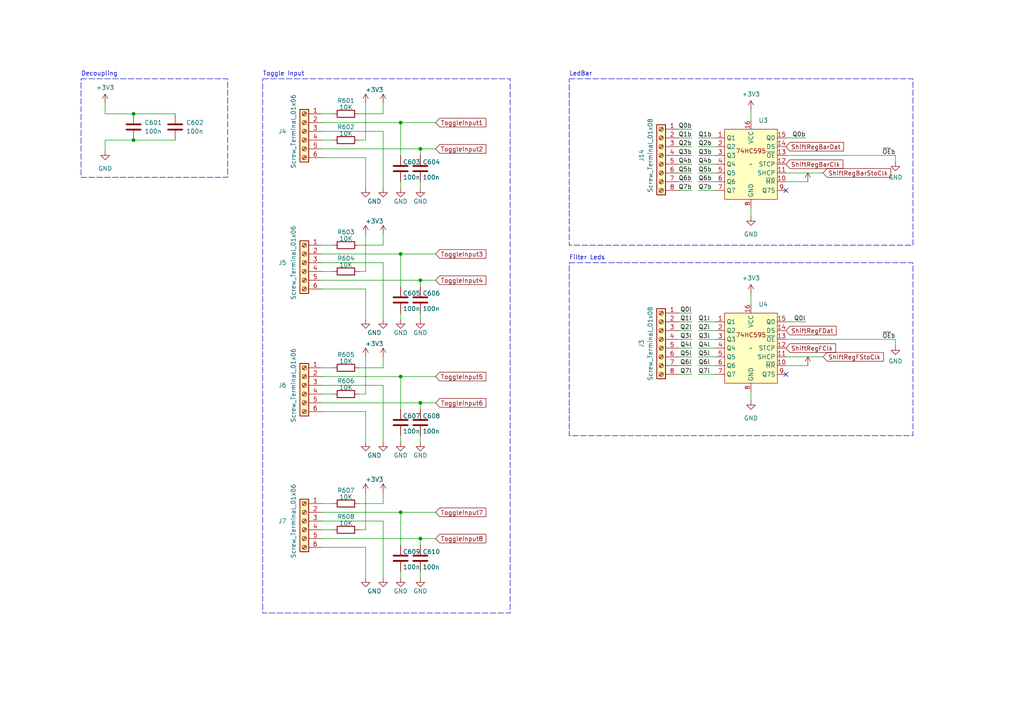
<source format=kicad_sch>
(kicad_sch (version 20230121) (generator eeschema)
  (paper "A4")
  (lib_symbols
    (symbol "Connector:Screw_Terminal_01x06" (pin_names (offset 1.016) hide)
      (property "Reference" "J" (at 0 7.62 0))
      (property "Value" "Screw_Terminal_01x06" (at 0 -10.16 0))
      (symbol "Screw_Terminal_01x06_1_1"
        (rectangle (start -1.27 6.35) (end 1.27 -8.89) (stroke (width 0.254)) (fill (type background)))
        (circle (center 0 -7.62) (radius 0.635) (stroke (width 0.1524)))
        (circle (center 0 -5.08) (radius 0.635) (stroke (width 0.1524)))
        (circle (center 0 -2.54) (radius 0.635) (stroke (width 0.1524)))
        (polyline (pts (xy -0.5334 -7.2898) (xy 0.3302 -8.128)) (stroke (width 0.1524)))
        (polyline (pts (xy -0.5334 -4.7498) (xy 0.3302 -5.588)) (stroke (width 0.1524)))
        (polyline (pts (xy -0.5334 -2.2098) (xy 0.3302 -3.048)) (stroke (width 0.1524)))
        (polyline (pts (xy -0.5334 0.3302) (xy 0.3302 -0.508)) (stroke (width 0.1524)))
        (polyline (pts (xy -0.5334 2.8702) (xy 0.3302 2.032)) (stroke (width 0.1524)))
        (polyline (pts (xy -0.5334 5.4102) (xy 0.3302 4.572)) (stroke (width 0.1524)))
        (polyline (pts (xy -0.3556 -7.112) (xy 0.508 -7.9502)) (stroke (width 0.1524)))
        (polyline (pts (xy -0.3556 -4.572) (xy 0.508 -5.4102)) (stroke (width 0.1524)))
        (polyline (pts (xy -0.3556 -2.032) (xy 0.508 -2.8702)) (stroke (width 0.1524)))
        (polyline (pts (xy -0.3556 0.508) (xy 0.508 -0.3302)) (stroke (width 0.1524)))
        (polyline (pts (xy -0.3556 3.048) (xy 0.508 2.2098)) (stroke (width 0.1524)))
        (polyline (pts (xy -0.3556 5.588) (xy 0.508 4.7498)) (stroke (width 0.1524)))
        (circle (center 0 0) (radius 0.635) (stroke (width 0.1524)))
        (circle (center 0 2.54) (radius 0.635) (stroke (width 0.1524)))
        (circle (center 0 5.08) (radius 0.635) (stroke (width 0.1524)))
        (pin passive line (at -5.08 5.08 0) (length 3.81) (name "Pin_1") (number "1"))
        (pin passive line (at -5.08 2.54 0) (length 3.81) (name "Pin_2") (number "2"))
        (pin passive line (at -5.08 0 0) (length 3.81) (name "Pin_3") (number "3"))
        (pin passive line (at -5.08 -2.54 0) (length 3.81) (name "Pin_4") (number "4"))
        (pin passive line (at -5.08 -5.08 0) (length 3.81) (name "Pin_5") (number "5"))
        (pin passive line (at -5.08 -7.62 0) (length 3.81) (name "Pin_6") (number "6"))
      )
    )
    (symbol "Connector:Screw_Terminal_01x08" (pin_names (offset 1.016) hide)
      (property "Reference" "J" (at 0 10.16 0))
      (property "Value" "Screw_Terminal_01x08" (at 0 -12.7 0))
      (symbol "Screw_Terminal_01x08_1_1"
        (rectangle (start -1.27 8.89) (end 1.27 -11.43) (stroke (width 0.254)) (fill (type background)))
        (circle (center 0 -10.16) (radius 0.635) (stroke (width 0.1524)))
        (circle (center 0 -7.62) (radius 0.635) (stroke (width 0.1524)))
        (circle (center 0 -5.08) (radius 0.635) (stroke (width 0.1524)))
        (circle (center 0 -2.54) (radius 0.635) (stroke (width 0.1524)))
        (polyline (pts (xy -0.5334 -9.8298) (xy 0.3302 -10.668)) (stroke (width 0.1524)))
        (polyline (pts (xy -0.5334 -7.2898) (xy 0.3302 -8.128)) (stroke (width 0.1524)))
        (polyline (pts (xy -0.5334 -4.7498) (xy 0.3302 -5.588)) (stroke (width 0.1524)))
        (polyline (pts (xy -0.5334 -2.2098) (xy 0.3302 -3.048)) (stroke (width 0.1524)))
        (polyline (pts (xy -0.5334 0.3302) (xy 0.3302 -0.508)) (stroke (width 0.1524)))
        (polyline (pts (xy -0.5334 2.8702) (xy 0.3302 2.032)) (stroke (width 0.1524)))
        (polyline (pts (xy -0.5334 5.4102) (xy 0.3302 4.572)) (stroke (width 0.1524)))
        (polyline (pts (xy -0.5334 7.9502) (xy 0.3302 7.112)) (stroke (width 0.1524)))
        (polyline (pts (xy -0.3556 -9.652) (xy 0.508 -10.4902)) (stroke (width 0.1524)))
        (polyline (pts (xy -0.3556 -7.112) (xy 0.508 -7.9502)) (stroke (width 0.1524)))
        (polyline (pts (xy -0.3556 -4.572) (xy 0.508 -5.4102)) (stroke (width 0.1524)))
        (polyline (pts (xy -0.3556 -2.032) (xy 0.508 -2.8702)) (stroke (width 0.1524)))
        (polyline (pts (xy -0.3556 0.508) (xy 0.508 -0.3302)) (stroke (width 0.1524)))
        (polyline (pts (xy -0.3556 3.048) (xy 0.508 2.2098)) (stroke (width 0.1524)))
        (polyline (pts (xy -0.3556 5.588) (xy 0.508 4.7498)) (stroke (width 0.1524)))
        (polyline (pts (xy -0.3556 8.128) (xy 0.508 7.2898)) (stroke (width 0.1524)))
        (circle (center 0 0) (radius 0.635) (stroke (width 0.1524)))
        (circle (center 0 2.54) (radius 0.635) (stroke (width 0.1524)))
        (circle (center 0 5.08) (radius 0.635) (stroke (width 0.1524)))
        (circle (center 0 7.62) (radius 0.635) (stroke (width 0.1524)))
        (pin passive line (at -5.08 7.62 0) (length 3.81) (name "Pin_1") (number "1"))
        (pin passive line (at -5.08 5.08 0) (length 3.81) (name "Pin_2") (number "2"))
        (pin passive line (at -5.08 2.54 0) (length 3.81) (name "Pin_3") (number "3"))
        (pin passive line (at -5.08 0 0) (length 3.81) (name "Pin_4") (number "4"))
        (pin passive line (at -5.08 -2.54 0) (length 3.81) (name "Pin_5") (number "5"))
        (pin passive line (at -5.08 -5.08 0) (length 3.81) (name "Pin_6") (number "6"))
        (pin passive line (at -5.08 -7.62 0) (length 3.81) (name "Pin_7") (number "7"))
        (pin passive line (at -5.08 -10.16 0) (length 3.81) (name "Pin_8") (number "8"))
      )
    )
    (symbol "Device:C" (pin_numbers hide) (pin_names (offset 0.254))
      (property "Reference" "C" (at 0.635 2.54 0))
      (property "Value" "C" (at 0.635 -2.54 0))
      (symbol "C_0_1"
        (polyline (pts (xy -2.032 -0.762) (xy 2.032 -0.762)) (stroke (width 0.508)))
        (polyline (pts (xy -2.032 0.762) (xy 2.032 0.762)) (stroke (width 0.508)))
      )
      (symbol "C_1_1"
        (pin passive line (at 0 3.81 270) (length 2.794) (name "~") (number "1"))
        (pin passive line (at 0 -3.81 90) (length 2.794) (name "~") (number "2"))
      )
    )
    (symbol "Device:R" (pin_numbers hide) (pin_names (offset 0))
      (property "Reference" "R" (at 2.032 0 90))
      (property "Value" "R" (at 0 0 90))
      (symbol "R_0_1"
        (rectangle (start -1.016 -2.54) (end 1.016 2.54) (stroke (width 0.254)))
      )
      (symbol "R_1_1"
        (pin passive line (at 0 3.81 270) (length 1.27) (name "~") (number "1"))
        (pin passive line (at 0 -3.81 90) (length 1.27) (name "~") (number "2"))
      )
    )
    (symbol "MyLibrary:74HC595"
      (property "Reference" "U" (at 0 1.27 0))
      (symbol "74HC595_1_1"
        (rectangle (start -7.62 10.16) (end 7.62 -10.16) (fill (type background)))
        (text "74HC595" (at 0 3.81 0) (effects (font (size 1.27 1.27))))
        (pin output line (at -10.16 7.62 0) (length 2.54) (name "Q1") (number "1"))
        (pin input line (at 10.16 -5.08 180) (length 2.54) (name "~{MR}") (number "10"))
        (pin input line (at 10.16 -2.54 180) (length 2.54) (name "SHCP") (number "11"))
        (pin input line (at 10.16 0 180) (length 2.54) (name "STCP") (number "12"))
        (pin input line (at 10.16 2.54 180) (length 2.54) (name "~{OE}") (number "13"))
        (pin input line (at 10.16 5.08 180) (length 2.54) (name "DS") (number "14"))
        (pin output line (at 10.16 7.62 180) (length 2.54) (name "Q0") (number "15"))
        (pin power_in line (at 0 12.7 270) (length 2.54) (name "VCC") (number "16"))
        (pin output line (at -10.16 5.08 0) (length 2.54) (name "Q2") (number "2"))
        (pin output line (at -10.16 2.54 0) (length 2.54) (name "Q3") (number "3"))
        (pin output line (at -10.16 0 0) (length 2.54) (name "Q4") (number "4"))
        (pin output line (at -10.16 -2.54 0) (length 2.54) (name "Q5") (number "5"))
        (pin output line (at -10.16 -5.08 0) (length 2.54) (name "Q6") (number "6"))
        (pin output line (at -10.16 -7.62 0) (length 2.54) (name "Q7") (number "7"))
        (pin power_in line (at 0 -12.7 90) (length 2.54) (name "GND") (number "8"))
        (pin output line (at 10.16 -7.62 180) (length 2.54) (name "Q7S") (number "9"))
      )
    )
    (symbol "power:+3V3" (power) (pin_names (offset 0))
      (property "Value" "+3V3" (at 0 3.556 0))
      (symbol "+3V3_0_1"
        (polyline (pts (xy -0.762 1.27) (xy 0 2.54)))
        (polyline (pts (xy 0 0) (xy 0 2.54)))
        (polyline (pts (xy 0 2.54) (xy 0.762 1.27)))
      )
      (symbol "+3V3_1_1"
        (pin power_in line (at 0 0 90) (length 0) hide (name "+3V3") (number "1"))
      )
    )
    (symbol "power:GND" (power) (pin_names (offset 0))
      (property "Value" "GND" (at 0 -3.81 0))
      (symbol "GND_0_1"
        (polyline (pts (xy 0 0) (xy 0 -1.27) (xy 1.27 -1.27) (xy 0 -2.54) (xy -1.27 -1.27) (xy 0 -1.27)))
      )
      (symbol "GND_1_1"
        (pin power_in line (at 0 0 270) (length 0) hide (name "GND") (number "1"))
      )
    )
  )
  (junction (at 116.205 35.56))
  (junction (at 121.92 81.28))
  (junction (at 121.92 156.21))
  (junction (at 121.92 116.84))
  (junction (at 116.205 148.59))
  (junction (at 116.205 109.22))
  (junction (at 38.735 33.02))
  (junction (at 116.205 73.66))
  (junction (at 38.735 40.64))
  (junction (at 121.92 43.18))
  (no_connect (at 227.965 55.245))
  (no_connect (at 227.965 108.585))
  (wire (pts (xy 111.125 29.845) (xy 111.125 33.02)))
  (wire (pts (xy 111.125 142.875) (xy 111.125 146.05)))
  (wire (pts (xy 202.565 93.345) (xy 207.645 93.345)))
  (wire (pts (xy 196.85 93.345) (xy 200.66 93.345)))
  (wire (pts (xy 30.48 40.64) (xy 30.48 43.815)))
  (wire (pts (xy 93.345 111.76) (xy 111.125 111.76)))
  (wire (pts (xy 227.965 45.085) (xy 259.715 45.085)))
  (wire (pts (xy 196.85 108.585) (xy 200.66 108.585)))
  (wire (pts (xy 259.715 45.085) (xy 259.715 46.99)))
  (wire (pts (xy 116.205 165.735) (xy 116.205 167.64)))
  (wire (pts (xy 104.14 78.74) (xy 106.045 78.74)))
  (wire (pts (xy 227.965 40.005) (xy 233.68 40.005)))
  (wire (pts (xy 93.345 76.2) (xy 111.125 76.2)))
  (wire (pts (xy 196.85 47.625) (xy 200.66 47.625)))
  (wire (pts (xy 202.565 103.505) (xy 207.645 103.505)))
  (wire (pts (xy 121.92 52.705) (xy 121.92 54.61)))
  (wire (pts (xy 30.48 33.02) (xy 30.48 29.845)))
  (wire (pts (xy 106.045 29.845) (xy 106.045 40.64)))
  (wire (pts (xy 104.14 40.64) (xy 106.045 40.64)))
  (wire (pts (xy 121.92 165.735) (xy 121.92 167.64)))
  (wire (pts (xy 196.85 98.425) (xy 200.66 98.425)))
  (wire (pts (xy 196.85 37.465) (xy 200.66 37.465)))
  (wire (pts (xy 106.045 103.505) (xy 106.045 114.3)))
  (wire (pts (xy 196.85 42.545) (xy 200.66 42.545)))
  (wire (pts (xy 116.205 109.22) (xy 116.205 118.745)))
  (wire (pts (xy 202.565 42.545) (xy 207.645 42.545)))
  (wire (pts (xy 202.565 52.705) (xy 207.645 52.705)))
  (wire (pts (xy 259.715 98.425) (xy 259.715 100.33)))
  (wire (pts (xy 116.205 148.59) (xy 126.365 148.59)))
  (wire (pts (xy 202.565 50.165) (xy 207.645 50.165)))
  (wire (pts (xy 227.965 98.425) (xy 259.715 98.425)))
  (wire (pts (xy 116.205 109.22) (xy 126.365 109.22)))
  (wire (pts (xy 121.92 126.365) (xy 121.92 128.27)))
  (wire (pts (xy 111.125 67.945) (xy 111.125 71.12)))
  (wire (pts (xy 93.345 35.56) (xy 116.205 35.56)))
  (wire (pts (xy 227.965 93.345) (xy 233.68 93.345)))
  (wire (pts (xy 38.735 33.02) (xy 30.48 33.02)))
  (wire (pts (xy 227.965 50.165) (xy 238.76 50.165)))
  (wire (pts (xy 116.205 126.365) (xy 116.205 128.27)))
  (wire (pts (xy 121.92 43.18) (xy 126.365 43.18)))
  (wire (pts (xy 93.345 146.05) (xy 96.52 146.05)))
  (wire (pts (xy 116.205 52.705) (xy 116.205 54.61)))
  (wire (pts (xy 196.85 95.885) (xy 200.66 95.885)))
  (wire (pts (xy 121.92 43.18) (xy 121.92 45.085)))
  (wire (pts (xy 202.565 106.045) (xy 207.645 106.045)))
  (wire (pts (xy 106.045 119.38) (xy 106.045 128.27)))
  (wire (pts (xy 104.14 33.02) (xy 111.125 33.02)))
  (wire (pts (xy 202.565 40.005) (xy 207.645 40.005)))
  (wire (pts (xy 217.805 85.09) (xy 217.805 88.265)))
  (wire (pts (xy 104.14 146.05) (xy 111.125 146.05)))
  (wire (pts (xy 106.045 158.75) (xy 106.045 167.64)))
  (wire (pts (xy 121.92 116.84) (xy 121.92 118.745)))
  (wire (pts (xy 106.045 45.72) (xy 106.045 54.61)))
  (wire (pts (xy 116.205 35.56) (xy 116.205 45.085)))
  (wire (pts (xy 93.345 71.12) (xy 96.52 71.12)))
  (wire (pts (xy 116.205 35.56) (xy 126.365 35.56)))
  (wire (pts (xy 116.205 90.805) (xy 116.205 92.71)))
  (wire (pts (xy 93.345 158.75) (xy 106.045 158.75)))
  (wire (pts (xy 93.345 156.21) (xy 121.92 156.21)))
  (wire (pts (xy 104.14 106.68) (xy 111.125 106.68)))
  (wire (pts (xy 116.205 73.66) (xy 116.205 83.185)))
  (wire (pts (xy 111.125 151.13) (xy 111.125 167.64)))
  (wire (pts (xy 227.965 103.505) (xy 238.76 103.505)))
  (wire (pts (xy 93.345 114.3) (xy 96.52 114.3)))
  (wire (pts (xy 196.85 52.705) (xy 200.66 52.705)))
  (wire (pts (xy 111.125 38.1) (xy 111.125 54.61)))
  (wire (pts (xy 202.565 108.585) (xy 207.645 108.585)))
  (wire (pts (xy 196.85 103.505) (xy 200.66 103.505)))
  (wire (pts (xy 227.965 52.705) (xy 234.315 52.705)))
  (wire (pts (xy 93.345 116.84) (xy 121.92 116.84)))
  (wire (pts (xy 116.205 73.66) (xy 126.365 73.66)))
  (wire (pts (xy 106.045 83.82) (xy 106.045 92.71)))
  (wire (pts (xy 93.345 40.64) (xy 96.52 40.64)))
  (wire (pts (xy 93.345 153.67) (xy 96.52 153.67)))
  (wire (pts (xy 93.345 78.74) (xy 96.52 78.74)))
  (wire (pts (xy 104.14 114.3) (xy 106.045 114.3)))
  (wire (pts (xy 93.345 151.13) (xy 111.125 151.13)))
  (wire (pts (xy 38.735 40.64) (xy 50.8 40.64)))
  (wire (pts (xy 121.92 81.28) (xy 121.92 83.185)))
  (wire (pts (xy 93.345 38.1) (xy 111.125 38.1)))
  (wire (pts (xy 217.805 31.75) (xy 217.805 34.925)))
  (wire (pts (xy 104.14 153.67) (xy 106.045 153.67)))
  (wire (pts (xy 202.565 98.425) (xy 207.645 98.425)))
  (wire (pts (xy 196.85 45.085) (xy 200.66 45.085)))
  (wire (pts (xy 93.345 81.28) (xy 121.92 81.28)))
  (wire (pts (xy 93.345 33.02) (xy 96.52 33.02)))
  (wire (pts (xy 121.92 90.805) (xy 121.92 92.71)))
  (wire (pts (xy 196.85 100.965) (xy 200.66 100.965)))
  (wire (pts (xy 93.345 45.72) (xy 106.045 45.72)))
  (wire (pts (xy 196.85 90.805) (xy 200.66 90.805)))
  (wire (pts (xy 111.125 76.2) (xy 111.125 92.71)))
  (wire (pts (xy 196.85 50.165) (xy 200.66 50.165)))
  (wire (pts (xy 106.045 142.875) (xy 106.045 153.67)))
  (wire (pts (xy 111.125 103.505) (xy 111.125 106.68)))
  (wire (pts (xy 202.565 45.085) (xy 207.645 45.085)))
  (wire (pts (xy 93.345 83.82) (xy 106.045 83.82)))
  (wire (pts (xy 104.14 71.12) (xy 111.125 71.12)))
  (wire (pts (xy 202.565 100.965) (xy 207.645 100.965)))
  (wire (pts (xy 106.045 67.945) (xy 106.045 78.74)))
  (wire (pts (xy 196.85 55.245) (xy 200.66 55.245)))
  (wire (pts (xy 93.345 148.59) (xy 116.205 148.59)))
  (wire (pts (xy 202.565 47.625) (xy 207.645 47.625)))
  (wire (pts (xy 93.345 106.68) (xy 96.52 106.68)))
  (wire (pts (xy 116.205 148.59) (xy 116.205 158.115)))
  (wire (pts (xy 202.565 95.885) (xy 207.645 95.885)))
  (wire (pts (xy 111.125 111.76) (xy 111.125 128.27)))
  (wire (pts (xy 121.92 156.21) (xy 126.365 156.21)))
  (wire (pts (xy 196.85 40.005) (xy 200.66 40.005)))
  (wire (pts (xy 217.805 60.325) (xy 217.805 62.865)))
  (wire (pts (xy 121.92 116.84) (xy 126.365 116.84)))
  (wire (pts (xy 121.92 156.21) (xy 121.92 158.115)))
  (wire (pts (xy 93.345 109.22) (xy 116.205 109.22)))
  (wire (pts (xy 196.85 106.045) (xy 200.66 106.045)))
  (wire (pts (xy 93.345 43.18) (xy 121.92 43.18)))
  (wire (pts (xy 38.735 33.02) (xy 50.8 33.02)))
  (wire (pts (xy 93.345 73.66) (xy 116.205 73.66)))
  (wire (pts (xy 202.565 55.245) (xy 207.645 55.245)))
  (wire (pts (xy 121.92 81.28) (xy 126.365 81.28)))
  (wire (pts (xy 38.735 40.64) (xy 30.48 40.64)))
  (wire (pts (xy 93.345 119.38) (xy 106.045 119.38)))
  (wire (pts (xy 227.965 106.045) (xy 234.315 106.045)))
  (wire (pts (xy 217.805 113.665) (xy 217.805 116.205)))
  (rectangle (start 165.1 76.2) (end 264.795 126.365) (stroke (width 0) (type dash)))
  (rectangle (start 165.1 22.86) (end 264.795 71.12) (stroke (width 0) (type dash)))
  (rectangle (start 76.2 22.86) (end 147.955 177.8) (stroke (width 0) (type dash)))
  (rectangle (start 23.495 22.86) (end 66.04 51.435) (stroke (width 0) (type dash)))
  (text "Filter Leds" (at 165.1 75.565 0) (effects (font (size 1.27 1.27)) (justify left bottom)))
  (text "LedBar" (at 165.1 22.225 0) (effects (font (size 1.27 1.27)) (justify left bottom)))
  (text "Decoupling" (at 23.495 22.225 0) (effects (font (size 1.27 1.27)) (justify left bottom)))
  (text "Toggle Input" (at 76.2 22.225 0) (effects (font (size 1.27 1.27)) (justify left bottom)))
  (label "Q7l" (at 200.66 108.585 180))
  (label "Q4b" (at 200.66 47.625 180))
  (label "~{OE}b" (at 259.715 98.425 180))
  (label "Q2l" (at 200.66 95.885 180))
  (label "Q0b" (at 200.66 37.465 180))
  (label "Q3l" (at 202.565 98.425 0))
  (label "Q2l" (at 202.565 95.885 0))
  (label "Q4l" (at 200.66 100.965 180))
  (label "Q5l" (at 202.565 103.505 0))
  (label "Q2b" (at 202.565 42.545 0))
  (label "Q0b" (at 233.68 40.005 180))
  (label "Q6b" (at 200.66 52.705 180))
  (label "Q6l" (at 202.565 106.045 0))
  (label "Q7b" (at 202.565 55.245 0))
  (label "Q5b" (at 202.565 50.165 0))
  (label "Q6l" (at 200.66 106.045 180))
  (label "Q7b" (at 200.66 55.245 180))
  (label "Q2b" (at 200.66 42.545 180))
  (label "Q0l" (at 233.68 93.345 180))
  (label "Q6b" (at 202.565 52.705 0))
  (label "Q3b" (at 200.66 45.085 180))
  (label "Q5b" (at 200.66 50.165 180))
  (label "Q3l" (at 200.66 98.425 180))
  (label "Q0l" (at 200.66 90.805 180))
  (label "Q1b" (at 200.66 40.005 180))
  (label "~{OE}b" (at 259.715 45.085 180))
  (label "Q3b" (at 202.565 45.085 0))
  (label "Q7l" (at 202.565 108.585 0))
  (label "Q1l" (at 200.66 93.345 180))
  (label "Q1b" (at 202.565 40.005 0))
  (label "Q4l" (at 202.565 100.965 0))
  (label "Q5l" (at 200.66 103.505 180))
  (label "Q1l" (at 202.565 93.345 0))
  (label "Q4b" (at 202.565 47.625 0))
  (global_label "ToggleInput7" (shape input) (at 126.365 148.59 0) (property "Intersheetrefs" "${INTERSHEET_REFS}" (effects hide)))
  (global_label "ShiftRegFStoClk" (shape input) (at 238.76 103.505 0) (property "Intersheetrefs" "${INTERSHEET_REFS}" (effects hide)))
  (global_label "ToggleInput2" (shape input) (at 126.365 43.18 0) (property "Intersheetrefs" "${INTERSHEET_REFS}" (effects hide)))
  (global_label "ShiftRegBarClk" (shape input) (at 227.965 47.625 0) (property "Intersheetrefs" "${INTERSHEET_REFS}" (effects hide)))
  (global_label "ShiftRegBarDat" (shape input) (at 227.965 42.545 0) (property "Intersheetrefs" "${INTERSHEET_REFS}" (effects hide)))
  (global_label "ToggleInput5" (shape input) (at 126.365 109.22 0) (property "Intersheetrefs" "${INTERSHEET_REFS}" (effects hide)))
  (global_label "ToggleInput1" (shape input) (at 126.365 35.56 0) (property "Intersheetrefs" "${INTERSHEET_REFS}" (effects hide)))
  (global_label "ToggleInput3" (shape input) (at 126.365 73.66 0) (property "Intersheetrefs" "${INTERSHEET_REFS}" (effects hide)))
  (global_label "ToggleInput4" (shape input) (at 126.365 81.28 0) (property "Intersheetrefs" "${INTERSHEET_REFS}" (effects hide)))
  (global_label "ShiftRegFClk" (shape input) (at 227.965 100.965 0) (property "Intersheetrefs" "${INTERSHEET_REFS}" (effects hide)))
  (global_label "ToggleInput6" (shape input) (at 126.365 116.84 0) (property "Intersheetrefs" "${INTERSHEET_REFS}" (effects hide)))
  (global_label "ShiftRegBarStoClk" (shape input) (at 238.76 50.165 0) (property "Intersheetrefs" "${INTERSHEET_REFS}" (effects hide)))
  (global_label "ShiftRegFDat" (shape input) (at 227.965 95.885 0) (property "Intersheetrefs" "${INTERSHEET_REFS}" (effects hide)))
  (global_label "ToggleInput8" (shape input) (at 126.365 156.21 0) (property "Intersheetrefs" "${INTERSHEET_REFS}" (effects hide)))
  (symbol (lib_id "Device:R") (at 100.33 153.67 90) (unit 1)
    (property "Reference" "R608" (at 100.33 149.86 90))
    (property "Value" "10K" (at 100.33 151.765 90))
    (property "Footprint" "Resistor_SMD:R_0805_2012Metric" (effects hide))
  )
  (symbol (lib_id "Connector:Screw_Terminal_01x06") (at 88.265 151.13 0) (mirror y) (unit 1)
    (property "Reference" "J7" (at 81.915 151.13 0))
    (property "Value" "Screw_Terminal_01x06" (at 85.09 151.13 90))
    (property "Footprint" "SamacSys_Parts:1725698" (effects hide))
  )
  (symbol (lib_id "power:GND") (at 30.48 43.815 0) (unit 1)
    (property "Reference" "#PWR039" (effects hide))
    (property "Value" "GND" (at 30.48 48.895 0))
  )
  (symbol (lib_id "power:+3V3") (at 111.125 103.505 0) (unit 1)
    (property "Reference" "#PWR068" (effects hide))
    (property "Value" "+3V3" (at 108.585 99.695 0))
  )
  (symbol (lib_id "power:GND") (at 111.125 92.71 0) (unit 1)
    (property "Reference" "#PWR063" (effects hide))
    (property "Value" "GND" (at 108.585 96.52 0))
  )
  (symbol (lib_id "power:GND") (at 121.92 128.27 0) (unit 1)
    (property "Reference" "#PWR071" (effects hide))
    (property "Value" "GND" (at 121.92 132.08 0))
  )
  (symbol (lib_id "Device:C") (at 121.92 48.895 0) (unit 1)
    (property "Reference" "C604" (at 122.555 46.99 0) (effects (justify left)))
    (property "Value" "100n" (at 122.555 51.435 0) (effects (justify left)))
    (property "Footprint" "Capacitor_SMD:C_0805_2012Metric" (effects hide))
  )
  (symbol (lib_id "Device:R") (at 100.33 33.02 90) (unit 1)
    (property "Reference" "R601" (at 100.33 29.21 90))
    (property "Value" "10K" (at 100.33 31.115 90))
    (property "Footprint" "Resistor_SMD:R_0805_2012Metric" (effects hide))
  )
  (symbol (lib_id "power:+3V3") (at 30.48 29.845 0) (unit 1)
    (property "Reference" "#PWR035" (effects hide))
    (property "Value" "+3V3" (at 30.48 25.4 0))
  )
  (symbol (lib_id "MyLibrary:74HC595") (at 217.805 47.625 0) (unit 1)
    (property "Reference" "U3" (at 219.9991 34.925 0) (effects (justify left)))
    (property "Value" "~" (at 217.805 47.625 0))
    (property "Footprint" "SamacSys_Parts:74HC595DQ100118" (effects hide))
  )
  (symbol (lib_id "Device:R") (at 100.33 114.3 90) (unit 1)
    (property "Reference" "R606" (at 100.33 110.49 90))
    (property "Value" "10K" (at 100.33 112.395 90))
    (property "Footprint" "Resistor_SMD:R_0805_2012Metric" (effects hide))
  )
  (symbol (lib_id "power:GND") (at 121.92 54.61 0) (unit 1)
    (property "Reference" "#PWR050" (effects hide))
    (property "Value" "GND" (at 121.92 58.42 0))
  )
  (symbol (lib_id "power:GND") (at 116.205 128.27 0) (unit 1)
    (property "Reference" "#PWR070" (effects hide))
    (property "Value" "GND" (at 116.205 132.08 0))
  )
  (symbol (lib_id "Device:C") (at 116.205 86.995 0) (unit 1)
    (property "Reference" "C605" (at 116.84 85.09 0) (effects (justify left)))
    (property "Value" "100n" (at 116.84 89.535 0) (effects (justify left)))
    (property "Footprint" "Capacitor_SMD:C_0805_2012Metric" (effects hide))
  )
  (symbol (lib_id "power:+3V3") (at 217.805 85.09 0) (unit 1)
    (property "Reference" "#PWR044" (effects hide))
    (property "Value" "+3V3" (at 217.805 80.645 0))
  )
  (symbol (lib_id "power:+3V3") (at 106.045 29.845 0) (unit 1)
    (property "Reference" "#PWR059" (effects hide))
    (property "Value" "+3V3" (effects hide))
  )
  (symbol (lib_id "Device:C") (at 121.92 86.995 0) (unit 1)
    (property "Reference" "C606" (at 122.555 85.09 0) (effects (justify left)))
    (property "Value" "100n" (at 122.555 89.535 0) (effects (justify left)))
    (property "Footprint" "Capacitor_SMD:C_0805_2012Metric" (effects hide))
  )
  (symbol (lib_id "Connector:Screw_Terminal_01x08") (at 191.77 45.085 0) (mirror y) (unit 1)
    (property "Reference" "J14" (at 186.055 45.085 90))
    (property "Value" "Screw_Terminal_01x08" (at 188.595 45.085 90))
    (property "Footprint" "SamacSys_Parts:1725711" (effects hide))
  )
  (symbol (lib_id "Connector:Screw_Terminal_01x06") (at 88.265 76.2 0) (mirror y) (unit 1)
    (property "Reference" "J5" (at 81.915 76.2 0))
    (property "Value" "Screw_Terminal_01x06" (at 85.09 76.2 90))
    (property "Footprint" "SamacSys_Parts:1725698" (effects hide))
  )
  (symbol (lib_id "power:GND") (at 121.92 167.64 0) (unit 1)
    (property "Reference" "#PWR077" (effects hide))
    (property "Value" "GND" (at 121.92 171.45 0))
  )
  (symbol (lib_id "power:+3V3") (at 111.125 29.845 0) (unit 1)
    (property "Reference" "#PWR057" (effects hide))
    (property "Value" "+3V3" (at 108.585 26.035 0))
  )
  (symbol (lib_id "Device:R") (at 100.33 40.64 90) (unit 1)
    (property "Reference" "R602" (at 100.33 36.83 90))
    (property "Value" "10K" (at 100.33 38.735 90))
    (property "Footprint" "Resistor_SMD:R_0805_2012Metric" (effects hide))
  )
  (symbol (lib_id "Device:C") (at 116.205 48.895 0) (unit 1)
    (property "Reference" "C603" (at 116.84 46.99 0) (effects (justify left)))
    (property "Value" "100n" (at 116.84 51.435 0) (effects (justify left)))
    (property "Footprint" "Capacitor_SMD:C_0805_2012Metric" (effects hide))
  )
  (symbol (lib_id "Device:C") (at 121.92 122.555 0) (unit 1)
    (property "Reference" "C608" (at 122.555 120.65 0) (effects (justify left)))
    (property "Value" "100n" (at 122.555 125.095 0) (effects (justify left)))
    (property "Footprint" "Capacitor_SMD:C_0805_2012Metric" (effects hide))
  )
  (symbol (lib_id "Device:C") (at 121.92 161.925 0) (unit 1)
    (property "Reference" "C610" (at 122.555 160.02 0) (effects (justify left)))
    (property "Value" "100n" (at 122.555 164.465 0) (effects (justify left)))
    (property "Footprint" "Capacitor_SMD:C_0805_2012Metric" (effects hide))
  )
  (symbol (lib_id "power:GND") (at 217.805 62.865 0) (unit 1)
    (property "Reference" "#PWR041" (effects hide))
    (property "Value" "GND" (at 217.805 67.945 0))
  )
  (symbol (lib_id "power:+3V3") (at 111.125 67.945 0) (unit 1)
    (property "Reference" "#PWR062" (effects hide))
    (property "Value" "+3V3" (at 108.585 64.135 0))
  )
  (symbol (lib_id "Device:R") (at 100.33 71.12 90) (unit 1)
    (property "Reference" "R603" (at 100.33 67.31 90))
    (property "Value" "10K" (at 100.33 69.215 90))
    (property "Footprint" "Resistor_SMD:R_0805_2012Metric" (effects hide))
  )
  (symbol (lib_id "power:+3V3") (at 234.315 52.705 0) (unit 1)
    (property "Reference" "#PWR043" (effects hide))
    (property "Value" "+3V3" (effects hide))
  )
  (symbol (lib_id "power:+3V3") (at 106.045 142.875 0) (unit 1)
    (property "Reference" "#PWR072" (effects hide))
    (property "Value" "+3V3" (effects hide))
  )
  (symbol (lib_id "power:+3V3") (at 106.045 103.505 0) (unit 1)
    (property "Reference" "#PWR066" (effects hide))
    (property "Value" "+3V3" (effects hide))
  )
  (symbol (lib_id "power:GND") (at 259.715 100.33 0) (unit 1)
    (property "Reference" "#PWR047" (effects hide))
    (property "Value" "GND" (at 259.715 104.775 0))
  )
  (symbol (lib_id "Connector:Screw_Terminal_01x06") (at 88.265 38.1 0) (mirror y) (unit 1)
    (property "Reference" "J4" (at 81.915 38.1 0))
    (property "Value" "Screw_Terminal_01x06" (at 85.09 38.1 90))
    (property "Footprint" "SamacSys_Parts:1725698" (effects hide))
  )
  (symbol (lib_id "power:GND") (at 259.715 46.99 0) (unit 1)
    (property "Reference" "#PWR042" (effects hide))
    (property "Value" "GND" (at 259.715 51.435 0))
  )
  (symbol (lib_id "power:GND") (at 111.125 54.61 0) (unit 1)
    (property "Reference" "#PWR058" (effects hide))
    (property "Value" "GND" (at 108.585 58.42 0))
  )
  (symbol (lib_id "Connector:Screw_Terminal_01x08") (at 191.77 98.425 0) (mirror y) (unit 1)
    (property "Reference" "J3" (at 186.055 99.695 90))
    (property "Value" "Screw_Terminal_01x08" (at 188.595 99.695 90))
    (property "Footprint" "SamacSys_Parts:1725711" (effects hide))
  )
  (symbol (lib_id "Connector:Screw_Terminal_01x06") (at 88.265 111.76 0) (mirror y) (unit 1)
    (property "Reference" "J6" (at 81.915 111.76 0))
    (property "Value" "Screw_Terminal_01x06" (at 85.09 111.76 90))
    (property "Footprint" "SamacSys_Parts:1725698" (effects hide))
  )
  (symbol (lib_id "Device:R") (at 100.33 78.74 90) (unit 1)
    (property "Reference" "R604" (at 100.33 74.93 90))
    (property "Value" "10K" (at 100.33 76.835 90))
    (property "Footprint" "Resistor_SMD:R_0805_2012Metric" (effects hide))
  )
  (symbol (lib_id "power:GND") (at 111.125 167.64 0) (unit 1)
    (property "Reference" "#PWR075" (effects hide))
    (property "Value" "GND" (at 108.585 171.45 0))
  )
  (symbol (lib_id "Device:R") (at 100.33 146.05 90) (unit 1)
    (property "Reference" "R607" (at 100.33 142.24 90))
    (property "Value" "10K" (at 100.33 144.145 90))
    (property "Footprint" "Resistor_SMD:R_0805_2012Metric" (effects hide))
  )
  (symbol (lib_id "power:GND") (at 106.045 167.64 0) (unit 1)
    (property "Reference" "#PWR073" (effects hide))
    (property "Value" "GND" (effects hide))
  )
  (symbol (lib_id "power:+3V3") (at 217.805 31.75 0) (unit 1)
    (property "Reference" "#PWR040" (effects hide))
    (property "Value" "+3V3" (at 217.805 27.305 0))
  )
  (symbol (lib_id "Device:R") (at 100.33 106.68 90) (unit 1)
    (property "Reference" "R605" (at 100.33 102.87 90))
    (property "Value" "10K" (at 100.33 104.775 90))
    (property "Footprint" "Resistor_SMD:R_0805_2012Metric" (effects hide))
  )
  (symbol (lib_id "power:GND") (at 116.205 54.61 0) (unit 1)
    (property "Reference" "#PWR049" (effects hide))
    (property "Value" "GND" (at 116.205 58.42 0))
  )
  (symbol (lib_id "Device:C") (at 116.205 161.925 0) (unit 1)
    (property "Reference" "C609" (at 116.84 160.02 0) (effects (justify left)))
    (property "Value" "100n" (at 116.84 164.465 0) (effects (justify left)))
    (property "Footprint" "Capacitor_SMD:C_0805_2012Metric" (effects hide))
  )
  (symbol (lib_id "power:+3V3") (at 111.125 142.875 0) (unit 1)
    (property "Reference" "#PWR074" (effects hide))
    (property "Value" "+3V3" (at 108.585 139.065 0))
  )
  (symbol (lib_id "MyLibrary:74HC595") (at 217.805 100.965 0) (unit 1)
    (property "Reference" "U4" (at 219.9991 88.265 0) (effects (justify left)))
    (property "Value" "~" (at 217.805 100.965 0))
    (property "Footprint" "SamacSys_Parts:74HC595DQ100118" (effects hide))
  )
  (symbol (lib_id "power:GND") (at 111.125 128.27 0) (unit 1)
    (property "Reference" "#PWR069" (effects hide))
    (property "Value" "GND" (at 108.585 132.08 0))
  )
  (symbol (lib_id "power:+3V3") (at 234.315 106.045 0) (unit 1)
    (property "Reference" "#PWR046" (effects hide))
    (property "Value" "+3V3" (effects hide))
  )
  (symbol (lib_id "Device:C") (at 50.8 36.83 0) (unit 1)
    (property "Reference" "C602" (at 53.975 35.56 0) (effects (justify left)))
    (property "Value" "100n" (at 53.975 38.1 0) (effects (justify left)))
    (property "Footprint" "Capacitor_SMD:C_0805_2012Metric" (effects hide))
  )
  (symbol (lib_id "Device:C") (at 38.735 36.83 0) (unit 1)
    (property "Reference" "C601" (at 41.91 35.56 0) (effects (justify left)))
    (property "Value" "100n" (at 41.91 38.1 0) (effects (justify left)))
    (property "Footprint" "Capacitor_SMD:C_0805_2012Metric" (effects hide))
  )
  (symbol (lib_id "power:GND") (at 116.205 167.64 0) (unit 1)
    (property "Reference" "#PWR076" (effects hide))
    (property "Value" "GND" (at 116.205 171.45 0))
  )
  (symbol (lib_id "Device:C") (at 116.205 122.555 0) (unit 1)
    (property "Reference" "C607" (at 116.84 120.65 0) (effects (justify left)))
    (property "Value" "100n" (at 116.84 125.095 0) (effects (justify left)))
    (property "Footprint" "Capacitor_SMD:C_0805_2012Metric" (effects hide))
  )
  (symbol (lib_id "power:GND") (at 116.205 92.71 0) (unit 1)
    (property "Reference" "#PWR064" (effects hide))
    (property "Value" "GND" (at 116.205 96.52 0))
  )
  (symbol (lib_id "power:GND") (at 121.92 92.71 0) (unit 1)
    (property "Reference" "#PWR065" (effects hide))
    (property "Value" "GND" (at 121.92 96.52 0))
  )
  (symbol (lib_id "power:GND") (at 106.045 128.27 0) (unit 1)
    (property "Reference" "#PWR067" (effects hide))
    (property "Value" "GND" (effects hide))
  )
  (symbol (lib_id "power:GND") (at 106.045 92.71 0) (unit 1)
    (property "Reference" "#PWR061" (effects hide))
    (property "Value" "GND" (effects hide))
  )
  (symbol (lib_id "power:GND") (at 106.045 54.61 0) (unit 1)
    (property "Reference" "#PWR060" (effects hide))
    (property "Value" "GND" (effects hide))
  )
  (symbol (lib_id "power:GND") (at 217.805 116.205 0) (unit 1)
    (property "Reference" "#PWR045" (effects hide))
    (property "Value" "GND" (at 217.805 121.285 0))
  )
  (symbol (lib_id "power:+3V3") (at 106.045 67.945 0) (unit 1)
    (property "Reference" "#PWR051" (effects hide))
    (property "Value" "+3V3" (effects hide))
  )
)
</source>
